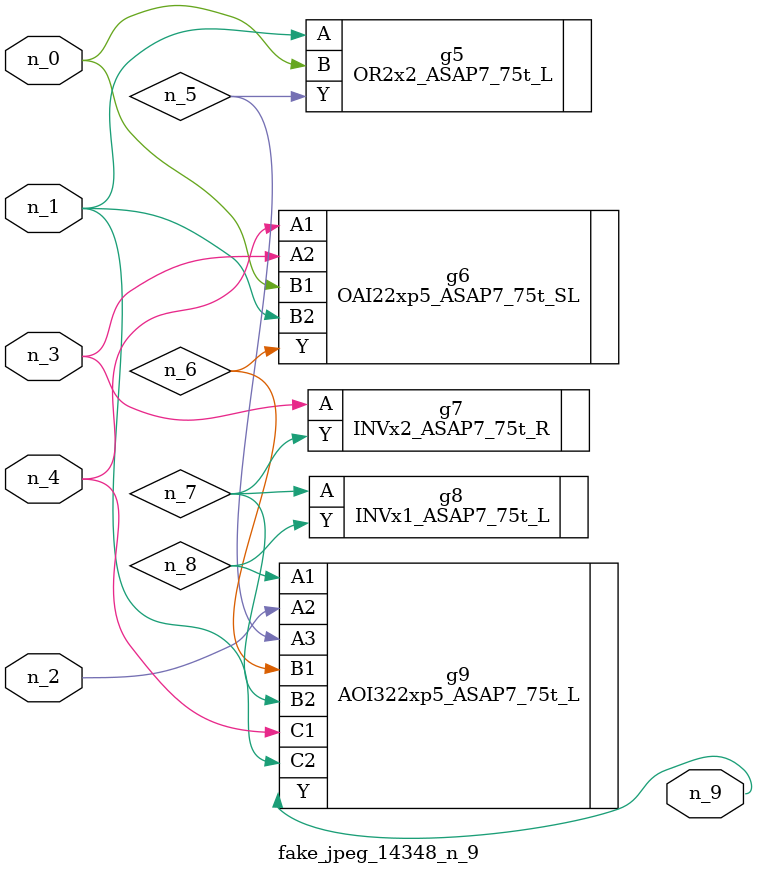
<source format=v>
module fake_jpeg_14348_n_9 (n_3, n_2, n_1, n_0, n_4, n_9);

input n_3;
input n_2;
input n_1;
input n_0;
input n_4;

output n_9;

wire n_8;
wire n_6;
wire n_5;
wire n_7;

OR2x2_ASAP7_75t_L g5 ( 
.A(n_1),
.B(n_0),
.Y(n_5)
);

OAI22xp5_ASAP7_75t_SL g6 ( 
.A1(n_4),
.A2(n_3),
.B1(n_0),
.B2(n_1),
.Y(n_6)
);

INVx2_ASAP7_75t_R g7 ( 
.A(n_3),
.Y(n_7)
);

INVx1_ASAP7_75t_L g8 ( 
.A(n_7),
.Y(n_8)
);

AOI322xp5_ASAP7_75t_L g9 ( 
.A1(n_8),
.A2(n_2),
.A3(n_5),
.B1(n_6),
.B2(n_7),
.C1(n_4),
.C2(n_1),
.Y(n_9)
);


endmodule
</source>
